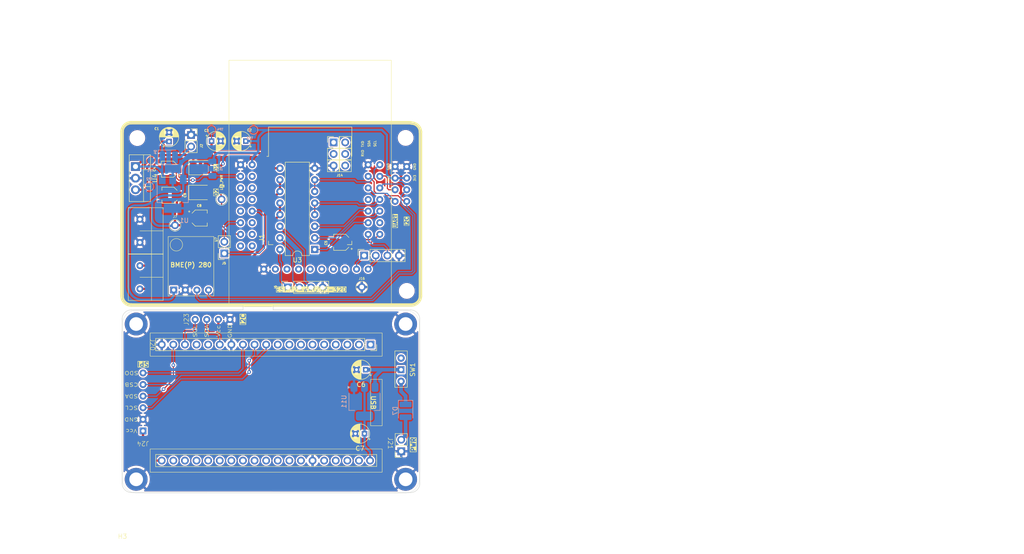
<source format=kicad_pcb>
(kicad_pcb (version 20240108) (generator "pcbnew") (generator_version "8.0")
  (layers (0 "F.Cu" signal) (31 "B.Cu" signal) (34 "B.Paste" user) (35 "F.Paste" user) (36 "B.SilkS" user "B.Silkscreen") (37 "F.SilkS" user "F.Silkscreen") (38 "B.Mask" user) (39 "F.Mask" user) (44 "Edge.Cuts" user))
  (net 0 "")
  (net 1 "GND")
  (net 2 "+3V3")
  (net 3 "+5V")
  (net 4 "/RXD")
  (net 5 "/TXD")
  (net 6 "/SDA")
  (net 7 "/SCL")
  (net 8 "/EN")
  (net 9 "/SOURCE2")
  (net 10 "/SOURCE1")
  (net 11 "/SOURCE3")
  (net 12 "/VDC")
  (net 13 "/DAC1")
  (net 14 "/DAC2")
  (net 15 "/GPIO19")
  (net 16 "/GPIO17")
  (net 17 "/GPIO5")
  (net 18 "/GPIO18")
  (net 19 "/ADC2_CH3")
  (net 20 "/ADC2_CH0")
  (net 21 "/GPIO23")
  (net 22 "/ADC2_CH2")
  (net 23 "/BOOT")
  (net 24 "/SOURCE4")
  (net 25 "/SOURCE5")
  (net 26 "/GPIO14")
  (net 27 "/VIN")
  (net 39 "/ESP32-WROOM-32U Node/VIN")
  (net 44 "/ESP32-WROOM-32U Node/VDC")
  (net 55 "/ESP32-WROOM-32U Node/SPI-SDO")
  (net 56 "/ESP32-WROOM-32U Node/TX")
  (net 57 "Net-(D7-A)")
  (net 58 "/ESP32-WROOM-32U Node/SDA-2")
  (net 59 "/ESP32-WROOM-32U Node/SPI-CSB")
  (net 60 "/ESP32-WROOM-32U Node/SPI-SCL")
  (net 61 "/ESP32-WROOM-32U Node/SCL-2")
  (net 62 "/ESP32-WROOM-32U Node/RX")
  (net 63 "/ESP32-WROOM-32U Node/SPI-SDA")
  (net 65 "/GPIO36")
  (net 66 "/OUT2")
  (net 67 "/GPIO39")
  (net 68 "/GPIO32")
  (net 69 "/OUT1")
  (net 70 "/SD_DATA0")
  (net 71 "/SD_CMD")
  (net 72 "/GPIO34")
  (net 73 "/OUT3")
  (net 74 "/SD_DATA2")
  (net 75 "/GPIO27")
  (net 76 "/GPIO13")
  (net 77 "/SD_CLK")
  (net 78 "/SD_DATA1")
  (net 79 "/GPIO33")
  (net 80 "/SD_DATA3")
  (footprint "Capacitor_THT:CP_Radial_D4.0mm_P2.00mm" (layer "F.Cu") (at 107 44.2 180)
    (property "Reference" "C2")
    (property "Value" "1uF")
  )
  (footprint "LED_SMD:LED_1210_3225Metric_Pad1.42x2.65mm_HandSolder" (layer "F.Cu") (at 97 55.45)
    (property "Reference" "D2")
    (property "Value" "STATUS")
  )
  (footprint "Alexander Footprint Library:Board_65-40" (layer "F.Cu") (at 80 131.25)
    (property "Reference" "H3")
    (property "Value" "Project_Box_Board_65x40")
    (fp_line (start 0 -13) (end 0 -47) (stroke (width 0.05)) (layer "Edge.Cuts"))
    (fp_line (start 3 -50) (end 62 -50) (stroke (width 0.05)) (layer "Edge.Cuts"))
    (fp_line (start 62 -10) (end 3 -10) (stroke (width 0.05)) (layer "Edge.Cuts"))
    (fp_line (start 65 -47) (end 65 -13) (stroke (width 0.05)) (layer "Edge.Cuts"))
    (fp_arc (start 0 -47) (mid 0.87868 -49.12132) (end 3 -50) (stroke (width 0.05)) (layer "Edge.Cuts"))
    (fp_arc (start 3 -10) (mid 0.87868 -10.87868) (end 0 -13) (stroke (width 0.05)) (layer "Edge.Cuts"))
    (fp_arc (start 62 -50) (mid 64.12132 -49.12132) (end 65 -47) (stroke (width 0.05)) (layer "Edge.Cuts"))
    (fp_arc (start 65 -13) (mid 64.12132 -10.87868) (end 62 -10) (stroke (width 0.05)) (layer "Edge.Cuts"))
  )
  (footprint "Capacitor_SMD:CP_Elec_3x5.3" (layer "F.Cu") (at 90.3 50.35 180)
    (property "Reference" "C4")
    (property "Value" "0.1uF")
  )
  (footprint "MountingHole:MountingHole_3mm" (layer "F.Cu") (at 142 43.5)
    (property "Reference" "H1" (hide yes))
    (property "Value" "MountingHole_Pad")
  )
  (footprint "MountingHole:MountingHole_3mm" (layer "F.Cu") (at 83.25 43.53)
    (property "Reference" "H2" (hide yes))
    (property "Value" "MountingHole_Pad")
  )
  (footprint "Alexander Footprints Library:Conn_Terminal_5mm" (layer "F.Cu") (at 83.82 53.69)
    (property "Reference" "J9" (hide yes))
    (property "Value" "Conn_01x02_Socket")
  )
  (footprint "Alexander Footprint Library:ESP32-WROOM-Adapter-Socket-2" (layer "F.Cu") (at 121.1 56.99)
    (property "Reference" "J1")
    (property "Value" "~")
  )
  (footprint "Capacitor_SMD:CP_Elec_3x5.3" (layer "F.Cu") (at 90.4 56.05 180)
    (property "Reference" "C9")
    (property "Value" "0.1uF")
  )
  (footprint "Capacitor_THT:CP_Radial_D4.0mm_P2.00mm" (layer "F.Cu") (at 133.25 94.25 180)
    (property "Reference" "C6")
    (property "Value" "1uF")
  )
  (footprint "Alexander Footprint Library:PinSocket_1x01_P2.54" (layer "F.Cu") (at 91.5 65.19)
    (property "Reference" "J7")
    (property "Value" "LED_PWR")
  )
  (footprint "Alexander Footprint Library:Conn_SPI" (layer "F.Cu") (at 84.5 112.74 180)
    (property "Reference" "J24")
    (property "Value" "~")
  )
  (footprint "Connector_PinSocket_2.54mm:PinSocket_1x02_P2.54mm_Vertical" (layer "F.Cu") (at 95.025 42.85)
    (property "Reference" "J2")
    (property "Value" "PWR")
  )
  (footprint "Connector_PinSocket_2.54mm:PinSocket_1x04_P2.54mm_Vertical" (layer "F.Cu") (at 116.2 76.225 90)
    (property "Reference" "J6")
    (property "Value" "SOURCE")
  )
  (footprint "Package_DIP:DIP-16_W7.62mm" (layer "F.Cu") (at 122.1 67.925 180)
    (property "Reference" "U3")
    (property "Value" "ULN2003")
  )
  (footprint "Connector_PinSocket_2.54mm:PinSocket_1x04_P2.54mm_Vertical" (layer "F.Cu") (at 132.92 69.25 90)
    (property "Reference" "J10" (hide yes))
    (property "Value" "ADC")
  )
  (footprint "Capacitor_SMD:CP_Elec_3x5.3" (layer "F.Cu") (at 128 66.35 180)
    (property "Reference" "C5")
    (property "Value" "0.1uF")
  )
  (footprint "Alexander Footprint Library:PinSocket_1x02_P2.54" (layer "F.Cu") (at 142.25 107 180)
    (property "Reference" "J21")
    (property "Value" "PWR")
  )
  (footprint "Capacitor_THT:CP_Radial_D4.0mm_P2.00mm" (layer "F.Cu") (at 99.5 44.2)
    (property "Reference" "C3")
    (property "Value" "1uF")
  )
  (footprint "Alexander Footprint Library:Conn_ESP32_WROOM-DevKit-38pins" (layer "F.Cu") (at 86.06 88.75 -90)
    (property "Reference" "J20")
    (property "Value" "~")
  )
  (footprint "Capacitor_SMD:CP_Elec_3x5.3" (layer "F.Cu") (at 96.8 61.05)
    (property "Reference" "C8")
    (property "Value" "10uF")
  )
  (footprint "Alexander Footprint Library:PinSocket_1x01_P2.54" (layer "F.Cu") (at 101.7 59.52)
    (property "Reference" "J18")
    (property "Value" "LED_PWR")
  )
  (footprint "Alexander Footprint Library:Conn_I2C" (layer "F.Cu") (at 111.16 83.25 -90)
    (property "Reference" "J23")
    (property "Value" "I2C")
  )
  (footprint "Connector_PinSocket_2.54mm:PinSocket_1x02_P2.54mm_Vertical" (layer "F.Cu") (at 102.3 68.79 180)
    (property "Reference" "J5")
    (property "Value" "DAC")
  )
  (footprint "Alexander Footprint Library:CONN_2x3" (layer "F.Cu") (at 126.23 39.4)
    (property "Reference" "J14")
    (property "Value" "GPIO")
  )
  (footprint "Alexander Footprints Library:Conn_UART" (layer "F.Cu") (at 139.7 42.15)
    (property "Reference" "J3" (hide yes))
    (property "Value" "UART")
  )
  (footprint "Alexander Footprint Library:SW_Slide-03_7.3x2.5x2.5_P2.54mm" (layer "F.Cu") (at 141 94.25 -90)
    (property "Reference" "SW1")
    (property "Value" "SW_SPDT")
  )
  (footprint "Alexander Footprint Library:PinSocket_1x01_P2.54" (layer "F.Cu") (at 132.4 78.72)
    (property "Reference" "J16")
    (property "Value" "GND")
  )
  (footprint "Capacitor_THT:CP_Radial_D4.0mm_P2.00mm" (layer "F.Cu") (at 90.2 44.3 90)
    (property "Reference" "C1")
    (property "Value" "1uF")
  )
  (footprint "Alexander Footprint Library:BME280_BMP280_I2C" (layer "F.Cu") (at 90 78.1 90)
    (property "Reference" "U7")
    (property "Value" "BME(P)280")
  )
  (footprint "Capacitor_THT:CP_Radial_D4.0mm_P2.00mm" (layer "F.Cu") (at 133 108.25 180)
    (property "Reference" "C7")
    (property "Value" "1uF")
  )
  (footprint "Alexander Footprint Library:LD1117" (layer "F.Cu") (at 82.855 49.77 -90)
    (property "Reference" "U4")
    (property "Value" "L7805")
  )
  (footprint "Alexander Footprints Library:Conn_I2C" (layer "F.Cu") (at 142.24 42.15)
    (property "Reference" "J4" (hide yes))
    (property "Value" "I2C")
  )
  (footprint "LED_SMD:LED_1210_3225Metric_Pad1.42x2.65mm_HandSolder" (layer "F.Cu") (at 97 50)
    (property "Reference" "D1")
    (property "Value" "PWR")
  )
  (footprint "MountingHole:MountingHole_3mm" (layer "F.Cu") (at 142.25 77)
    (property "Reference" "H4" (hide yes))
    (property "Value" "MountingHole_Pad")
  )
  (footprint "Alexander Footprints Library:Conn_Terminal_5mm" (layer "F.Cu") (at 83.82 63.85)
    (property "Reference" "J8" (hide yes))
    (property "Value" "Conn_01x02_Socket")
  )
  (footprint "TestPoint:TestPoint_Pad_D1.5mm" (layer "B.Cu") (at 99.5 41.75 180)
    (property "Reference" "TP4")
    (property "Value" "5V")
  )
  (footprint "TestPoint:TestPoint_Pad_D1.5mm" (layer "B.Cu") (at 108.7 41.75 180)
    (property "Reference" "TP3")
    (property "Value" "3V3")
  )
  (footprint "Diode_SMD:D_1210_3225Metric" (layer "B.Cu") (at 142 103.25 -90)
    (property "Reference" "D7")
    (property "Value" "D")
  )
  (footprint "Resistor_SMD:R_1206_3216Metric_Pad1.30x1.75mm_HandSolder" (layer "B.Cu") (at 99.7 50.25 -90)
    (property "Reference" "R1")
    (property "Value" "10K")
  )
  (footprint "Diode_SMD:D_1210_3225Metric" (layer "B.Cu") (at 90.1 47.75)
    (property "Reference" "D4")
    (property "Value" "D")
  )
  (footprint "TestPoint:TestPoint_Pad_D1.5mm" (layer "B.Cu") (at 86.2 48.45 180)
    (property "Reference" "TP1")
    (property "Value" "VIN")
  )
  (footprint "TestPoint:TestPoint_Pad_D1.5mm" (layer "B.Cu") (at 85.9 54.15 180)
    (property "Reference" "TP2")
    (property "Value" "GND")
  )
  (footprint "Package_TO_SOT_SMD:SOT-223-3_TabPin2" (layer "B.Cu") (at 91 55.75 -90)
    (property "Reference" "U1")
    (property "Value" "AMS1117-3V3")
  )
  (footprint "Package_TO_SOT_SMD:SOT-223-3_TabPin2" (layer "B.Cu") (at 133 101.25 -90)
    (property "Reference" "U11")
    (property "Value" "AMS1117-5.0")
  )
  (gr_line (start 145.25 42.11421) (end 145.25 78.085782) (stroke (width 0.75)) (layer "F.SilkS"))
  (gr_line (start 81.914218 40.164218) (end 143.08579 40.164218) (stroke (width 0.75)) (layer "F.SilkS"))
  (gr_arc (start 145.25 78.085782) (mid 144.66422 79.500007) (end 143.25 80.085782) (stroke (width 0.75)) (layer "F.SilkS"))
  (gr_line (start 79.914218 42.11421) (end 79.914218 78.085782) (stroke (width 0.75)) (layer "F.SilkS"))
  (gr_arc (start 81.914218 80.085782) (mid 80.499999 79.500001) (end 79.914218 78.085782) (stroke (width 0.75)) (layer "F.SilkS"))
  (gr_arc (start 143.25 40.25) (mid 144.664214 40.835786) (end 145.25 42.25) (stroke (width 0.75)) (layer "F.SilkS"))
  (gr_arc (start 79.914218 42.164218) (mid 80.499999 40.749999) (end 81.914218 40.164218) (stroke (width 0.75)) (layer "F.SilkS"))
  (gr_line (start 81.914214 80.085782) (end 143.085786 80.085782) (stroke (width 0.75)) (layer "F.SilkS"))
  (gr_line (start 82.014214 80.235786) (end 106.4 80.25) (stroke (width 0.1)) (layer "Edge.Cuts"))
  (gr_line (start 80 42.25) (end 80.014214 78.235786) (stroke (width 0.1)) (layer "Edge.Cuts"))
  (gr_arc (start 79.921321 83.157107) (mid 80.507106 81.742896) (end 81.921321 81.157107) (stroke (width 0.1)) (layer "Edge.Cuts"))
  (gr_line (start 81.921321 121.128679) (end 143.107107 121.142893) (stroke (width 0.1)) (layer "Edge.Cuts"))
  (gr_arc (start 81.921321 121.128679) (mid 80.507101 120.542899) (end 79.921321 119.128679) (stroke (width 0.1)) (layer "Edge.Cuts"))
  (gr_line (start 143.092893 81.157107) (end 113 81.15) (stroke (width 0.1)) (layer "Edge.Cuts"))
  (gr_arc (start 145.107107 119.142893) (mid 144.521321 120.557107) (end 143.107107 121.142893) (stroke (width 0.1)) (layer "Edge.Cuts"))
  (gr_line (start 106.4 81.15) (end 81.921321 81.157107) (stroke (width 0.1)) (layer "Edge.Cuts"))
  (gr_arc (start 143.185786 40.264214) (mid 144.600004 40.849996) (end 145.185786 42.264214) (stroke (width 0.1)) (layer "Edge.Cuts"))
  (gr_line (start 113 80.25) (end 143.185786 80.235786) (stroke (width 0.1)) (layer "Edge.Cuts"))
  (gr_arc (start 82.014214 80.235786) (mid 80.599996 79.650004) (end 80.014214 78.235786) (stroke (width 0.1)) (layer "Edge.Cuts"))
  (gr_line (start 145.185786 42.264214) (end 145.185786 78.235786) (stroke (width 0.1)) (layer "Edge.Cuts"))
  (gr_arc (start 80 42.25) (mid 80.585786 40.835786) (end 82 40.25) (stroke (width 0.1)) (layer "Edge.Cuts"))
  (gr_line (start 145.107107 119.142893) (end 145.092893 83.157107) (stroke (width 0.1)) (layer "Edge.Cuts"))
  (gr_line (start 79.921321 119.128679) (end 79.921321 83.157107) (stroke (width 0.1)) (layer "Edge.Cuts"))
  (gr_line (start 106.4 81.15) (end 106.4 80.25) (stroke (width 0.1)) (layer "Edge.Cuts"))
  (gr_arc (start 145.185786 78.235786) (mid 144.600004 79.650004) (end 143.185786 80.235786) (stroke (width 0.1)) (layer "Edge.Cuts"))
  (gr_arc (start 143.092893 81.157107) (mid 144.507112 81.742888) (end 145.092893 83.157107) (stroke (width 0.1)) (layer "Edge.Cuts"))
  (gr_line (start 113 81.15) (end 113 80.25) (stroke (width 0.1)) (layer "Edge.Cuts"))
  (gr_line (start 143.185786 40.264214) (end 82 40.25) (stroke (width 0.1)) (layer "Edge.Cuts"))
  (gr_text "PWR" (at 144.3 112.45 90) (layer "F.SilkS" knockout) (effects (font (size 1 1) (thickness 0.25) (bold yes)) (justify left bottom)))
  (segment (start 84.21 66) (end 83.82 66.39) (width 0.5) (layer "F.Cu") (net 1))
  (segment (start 95.5 54.8625) (end 95.5125 54.85) (width 0.25) (layer "F.Cu") (net 1))
  (segment (start 95.5 55.4625) (end 95.5125 55.45) (width 0.25) (layer "F.Cu") (net 1))
  (segment (start 91.5 59.65) (end 91.9 59.25) (width 0.5) (layer "F.Cu") (net 2))
  (segment (start 101.15 50) (end 102 49.15) (width 0.5) (layer "F.Cu") (net 2))
  (segment (start 84.5 107.66) (end 84.5 112.25) (width 0.5) (layer "F.Cu") (net 2))
  (segment (start 87.75 85.75) (end 100 85.75) (width 0.5) (layer "F.Cu") (net 2))
  (segment (start 94.63 62.62) (end 91.5 62.62) (width 0.5) (layer "F.Cu") (net 2))
  (segment (start 101 84.75) (end 101 83.25) (width 0.5) (layer "F.Cu") (net 2))
  (segment (start 88.6 114.15) (end 86.4 114.15) (width 0.5) (layer "F.Cu") (net 2))
  (segment (start 84.5 112.25) (end 85.25 113) (width 0.5) (layer "F.Cu") (net 2))
  (segment (start 91.9 59.25) (end 91.9 56.05) (width 0.5) (layer "F.Cu") (net 2))
  (segment (start 98.4875 50) (end 101.15 50) (width 0.5) (layer "F.Cu") (net 2))
  (segment (start 95.3 61.05) (end 95.3 61.95) (width 0.5) (layer "F.Cu") (net 2))
  (segment (start 95.3 61.95) (end 94.63 62.62) (width 0.5) (layer "F.Cu") (net 2))
  (segment (start 82.25 110) (end 82.25 91.25) (width 0.5) (layer "F.Cu") (net 2))
  (segment (start 91.5 62.62) (end 91.5 59.65) (width 0.5) (layer "F.Cu") (net 2))
  (segment (start 82.25 91.25) (end 87.75 85.75) (width 0.5) (layer "F.Cu") (net 2))
  (segment (start 86.4 114.15) (end 85.25 113) (width 0.5) (layer "F.Cu") (net 2))
  (segment (start 100 85.75) (end 101 84.75) (width 0.5) (layer "F.Cu") (net 2))
  (segment (start 85.25 113) (end 82.25 110) (width 0.5) (layer "F.Cu") (net 2))
  (via (at 102 49.15) (size 0.8) (drill 0.4) (layers "F.Cu" "B.Cu") (net 2))
  (segment (start 96.075 48.7) (end 97.525 48.7) (width 0.5) (layer "B.Cu") (net 2))
  (segment (start 108.4 49.2825) (end 108.4 47.85) (width 0.5) (layer "B.Cu") (net 2))
  (segment (start 109.408578 44.2) (end 107 44.2) (width 0.5) (layer "B.Cu") (net 2))
  (segment (start 109.5 46.75) (end 109.75 46.5) (width 0.5) (layer "B.Cu") (net 2))
  (segment (start 81.3 75.997918) (end 81.3 59.75104) (width 0.5) (layer "B.Cu") (net 2))
  (segment (start 93.3 54.905025) (end 93.3 52.6) (width 0.5) (layer "B.Cu") (net 2))
  (segment (start 100 48.7) (end 100 48.03033) (width 0.5) (layer "B.Cu") (net 2))
  (segment (start 137.9 51.55) (end 138.66 52.31) (width 0.5) (layer "B.Cu") (net 2))
  (segment (start 84.202081 78.9) (end 89.990883 78.9) (width 0.5) (layer "B.Cu") (net 2))
  (segment (start 109.75 45) (end 109.75 44.141421) (width 0.5) (layer "B.Cu") (net 2))
  (segment (start 103 46.75) (end 101.28033 46.75) (width 0.5) (layer "B.Cu") (net 2))
  (segment (start 109.75 43.858578) (end 109.75 44.141421) (width 0.5) (layer "B.Cu") (net 2))
  (segment (start 138.66 52.31) (end 139.7 52.31) (width 0.5) (layer "B.Cu") (net 2))
  (segment (start 139.7 52.31) (end 142.24 52.31) (width 0.5) (layer "B.Cu") (net 2))
  (segment (start 129.1 41.75) (end 136.8 41.75) (width 0.5) (layer "B.Cu") (net 2))
  (segment (start 112.31066 41.75) (end 129.1 41.75) (width 0.5) (layer "B.Cu") (net 2))
  (segment (start 88.207106 62.75) (end 91.5 62.75) (width 0.5) (layer "B.Cu") (net 2))
  (segment (start 86.5 61.042893) (end 86.5 57.5) (width 0.5) (layer "B.Cu") (net 2))
  (segment (start 103 46.75) (end 109.5 46.75) (width 0.5) (layer "B.Cu") (net 2))
  (segment (start 137.9 42.85) (end 137.9 51.55) (width 0.5) (layer "B.Cu") (net 2))
  (segment (start 91.22 77.670883) (end 91.22 76.8) (width 0.5) (layer "B.Cu") (net 2))
  (segment (start 89.455634 56.1) (end 92.105025 56.1) (width 0.5) (layer "B.Cu") (net 2))
  (segment (start 96.075 48.7) (end 95.177817 48.7) (width 0.5) (layer "B.Cu") (net 2))
  (segment (start 136.8 41.75) (end 137.9 42.85) (width 0.5) (layer "B.Cu") (net 2))
  (segment (start 108.4 47.85) (end 109.75 46.5) (width 0.5) (layer "B.Cu") (net 2))
  (segment (start 109.75 46.5) (end 109.75 45) (width 0.5) (layer "B.Cu") (net 2))
  (segment (start 110.015165 42.984834) (end 110.5 42.5) (width 0.5) (layer "B.Cu") (net 2))
  (segment (start 102 47.75) (end 103 46.75) (width 0.5) (layer "B.Cu") (net 2))
  (segment (start 109.75 43.858578) (end 109.75 43.625) (width 0.5) (layer "B.Cu") (net 2))
  (segment (start 93.3 52.6) (end 93.3 50.577817) (width 0.5) (layer "B.Cu") (net 2))
  (segment (start 82.75104 58.3) (end 84.144365 58.3) (width 0.5) (layer "B.Cu") (net 2))
  (segment (start 102 49.15) (end 102 47.75) (width 0.5) (layer "B.Cu") (net 2))
  (segment (start 129.3 41.75) (end 129.1 41.75) (width 0.5) (layer "B.Cu") (net 2))
  (segment (start 108.7 41.75) (end 112.31066 41.75) (width 0.5) (layer "B.Cu") (net 2))
  (segment (start 100 48.7) (end 97.525 48.7) (width 0.5) (layer "B.Cu") (net 2))
  (arc (start 93.3 54.905025) (mid 93.209037 55.362322) (end 92.95 55.75) (width 0.5) (layer "B.Cu") (net 2))
  (arc (start 86.8 57.2) (mid 85.581584 58.014119) (end 84.144365 58.3) (width 0.5) (layer "B.Cu") (net 2))
  (arc (start 89.455634 56.1) (mid 88.018415 56.38588) (end 86.8 57.2) (width 0.5) (layer "B.Cu") (net 2))
  (arc (start 86.5 61.042893) (mid 86.629945 61.696174) (end 87 62.25) (width 0.5) (layer "B.Cu") (net 2))
  (arc (start 82.75104 58.3) (mid 82.195751 58.410453) (end 81.725 58.725) (width 0.5) (layer "B.Cu") (net 2))
  (arc (start 92.95 55.75) (mid 92.562322 56.009037) (end 92.105025 56.1) (width 0.5) (layer "B.Cu") (net 2))
  (arc (start 109.75 43.625) (mid 109.818914 43.278544) (end 110.015165 42.984834) (width 0.5) (layer "B.Cu") (net 2))
  (arc (start 95.177817 48.7) (mid 94.459207 48.84294) (end 93.85 49.25) (width 0.5) (layer "B.Cu") (net 2))
  (arc (start 82.15 78.05) (mid 83.091502 78.679092) (end 84.202081 78.9) (width 0.5) (layer "B.Cu") (net 2))
  (arc (start 109.75 44.141421) (mid 109.713838 44.087301) (end 109.65 44.1) (width 0.5) (layer "B.Cu") (net 2))
  (arc (start 93.85 49.25) (mid 93.44294 49.859207) (end 93.3 50.577817) (width 0.5) (layer "B.Cu") (net 2))
  (arc (start 90.86 78.54) (mid 90.461245 78.806439) (end 89.990883 78.9) (width 0.5) (layer "B.Cu") (net 2))
  (arc (start 109.65 44.1) (mid 109.539234 44.17401) (end 109.408578 44.2) (width 0.5) (layer "B.Cu") (net 2))
  (arc (start 87 62.25) (mid 87.553825 62.620054) (end 88.207106 62.75) (width 0.5) (layer "B.Cu") (net 2))
  (arc (start 81.725 58.725) (mid 81.410453 59.195751) (end 81.3 59.75104) (width 0.5) (layer "B.Cu") (net 2))
  (arc (start 101.28033 46.75) (mid 100.790368 46.847459) (end 100.375 47.125) (width 0.5) (layer "B.Cu") (net 2))
  (arc (start 91.22 77.670883) (mid 91.126439 78.141245) (end 90.86 78.54) (width 0.5) (layer "B.Cu") (net 2))
  (arc (start 110.5 42.5) (mid 111.330737 41.944918) (end 112.31066 41.75) (width 0.5) (layer "B.Cu") (net 2))
  (arc (start 109.65 44.1) (mid 109.72401 43.989234) (end 109.75 43.858578) (width 0.5) (layer "B.Cu") (net 2))
  (arc (start 100.375 47.125) (mid 100.097459 47.540368) (end 100 48.03033) (width 0.5) (layer "B.Cu") (net 2))
  (arc (start 81.3 75.997918) (mid 81.520907 77.108496) (end 82.15 78.05) (width 0.5) (layer "B.Cu") (net 2))
  (segment (start 99.5 45.693413) (end 99.5 44.2) (width 0.5) (layer "F.Cu") (net 3))
  (segment (start 111.2 46.85) (end 100.365867 46.85) (width 0.5) (layer "F.Cu") (net 3))
  (segment (start 98.6375 46.9625) (end 99.2125 46.3875) (width 0.5) (layer "F.Cu") (net 3))
  (segment (start 100.365867 46.85) (end 99.465867 45.95) (width 0.5) (layer "F.Cu") (net 3))
  (segment (start 112 47.65) (end 111.2 46.85) (width 0.5) (layer "F.Cu") (net 3))
  (segment (start 112 49.15) (end 112 47.65) (width 0.5) (layer "F.Cu") (net 3))
  (segment (start 88.1 47.25) (end 97.943413 47.25) (width 0.5) (layer "F.Cu") (net 3))
  (segment (start 84.9 54.85) (end 85.4 54.35) (width 0.5) (layer "F.Cu") (net 3))
  (segment (start 85.4 54.35) (end 85.4 49.95) (width 0.5) (layer "F.Cu") (net 3))
  (segment (start 114.48 50.145) (end 112.995 50.145) (width 0.5) (layer "F.Cu") (net 3))
  (segment (start 112.995 50.145) (end 112 49.15) (width 0.5) (layer "F.Cu") (net 3))
  (segment (start 82.855 54.85) (end 84.9 54.85) (width 0.5) (layer "F.Cu") (net 3))
  (segment (start 85.4 49.95) (end 88.1 47.25) (width 0.5) (layer "F.Cu") (net 3))
  (arc (start 97.943413 47.25) (mid 98.31905 47.175281) (end 98.6375 46.9625) (width 0.5) (layer "F.Cu") (net 3))
  (arc (start 99.5 45.693413) (mid 99.425281 46.06905) (end 99.2125 46.3875) (width 0.5) (layer "F.Cu") (net 3))
  (segment (start 133 98.1) (end 133 104.4) (width 0.5) (layer "B.Cu") (net 3))
  (segment (start 133 108.25) (end 133 104.4) (width 0.5) (layer "B.Cu") (net 3))
  (segment (start 133 111) (end 133 108.25) (width 0.5) (layer "B.Cu") (net 3))
  (segment (start 134.21 114.15) (end 134.21 112.21) (width 0.5) (layer "B.Cu") (net 3))
  (segment (start 134.21 112.21) (end 133 111) (width 0.5) (layer "B.Cu") (net 3))
  (segment (start 99.5 42.25) (end 99.5 44.2) (width 0.25) (layer "B.Cu") (net 3))
  (segment (start 139.7 57.35) (end 139.7 57.39) (width 0.25) (layer "F.Cu") (net 4))
  (segment (start 140.3 57.45) (end 139.3 57.45) (width 0.25) (layer "F.Cu") (net 4))
  (segment (start 139.04 57.39) (end 139.7 57.39) (width 0.25) (layer "F.Cu") (net 4))
  (segment (start 137.96 55.65) (end 139.7 57.39) (width 0.25) (layer "B.Cu") (net 4))
  (segment (start 133.8 54.3625) (end 135.0875 55.65) (width 0.25) (layer "B.Cu") (net 4))
  (segment (start 135.0875 55.65) (end 137.96 55.65) (width 0.25) (layer "B.Cu") (net 4))
  (segment (start 138 52.25) (end 137.5725 51.8225) (width 0.25) (layer "F.Cu") (net 5))
  (segment (start 139.7 54.85) (end 138.3 54.85) (width 0.25) (layer "F.Cu") (net 5))
  (segment (start 137.5725 51.8225) (end 136.34 51.8225) (width 0.25) (layer "F.Cu") (net 5))
  (segment (start 138 54.55) (end 138 52.25) (width 0.25) (layer "F.Cu") (net 5))
  (segment (start 138.3 54.85) (end 138 54.55) (width 0.25) (layer "F.Cu") (net 5))
  (segment (start 139.7 54.85) (end 139.5 54.85) (width 0.25) (layer "F.Cu") (net 5))
  (segment (start 142.24 54.85) (end 142.24 55.51) (width 0.25) (layer "F.Cu") (net 6))
  (segment (start 98.84 76.8) (end 98.84 78.09) (width 0.25) (layer "B.Cu") (net 6))
  (segment (start 141 57.95) (end 141 56.09) (width 0.25) (layer "B.Cu") (net 6))
  (segment (start 140.990501 53.600501) (end 142.24 54.85) (width 0.25) (layer "B.Cu") (net 6))
  (segment (start 136.34 54.3625) (end 137.101999 53.600501) (width 0.25) (layer "B.Cu") (net 6))
  (segment (start 143.281802 72.781802) (end 143.55 72.513604) (width 0.25) (layer "B.Cu") (net 6))
  (segment (start 99.4 78.65) (end 130.7 78.65) (width 0.25) (layer "B.Cu") (net 6))
  (segment (start 130.7 78.65) (end 134.55 78.65) (width 0.25) (layer "B.Cu") (net 6))
  (segment (start 143.55 72.513604) (end 143.55 60.5) (width 0.25) (layer "B.Cu") (net 6))
  (segment (start 143.55 60.5) (end 141 57.95) (width 0.25) (layer "B.Cu") (net 6))
  (segment (start 140.418198 72.781802) (end 143.281802 72.781802) (width 0.25) (layer "B.Cu") (net 6))
  (segment (start 98.84 78.09) (end 99.4 78.65) (width 0.25) (layer "B.Cu") (net 6))
  (segment (start 141 56.09) (end 142.24 54.85) (width 0.25) (layer "B.Cu") (net 6))
  (segment (start 137.101999 53.600501) (end 140.990501 53.600501) (width 0.25) (layer "B.Cu") (net 6))
  (segment (start 134.55 78.65) (end 140.418198 72.781802) (width 0.25) (layer "B.Cu") (net 6))
  (segment (start 135.1 55.15) (end 135.6 55.65) (width 0.25) (layer "F.Cu") (net 7))
  (segment (start 133.8 51.8225) (end 135.1 53.1225) (width 0.25) (layer "F.Cu") (net 7))
  (segment (start 141.603604 57.39) (end 142.24 57.39) (width 0.25) (layer "F.Cu") (net 7))
  (segment (start 137.3 55.65) (end 137.8 56.15) (width 0.25) (layer "F.Cu") (net 7))
  (segment (start 135.1 53.1225) (end 135.1 55.15) (width 0.25) (layer "F.Cu") (net 7))
  (segment (start 135.6 55.65) (end 137.3 55.65) (width 0.25) (layer "F.Cu") (net 7))
  (segment (start 140.363604 56.15) (end 141.603604 57.39) (width 0.25) (layer "F.Cu") (net 7))
  (segment (start 137.8 56.15) (end 140.363604 56.15) (width 0.25) (layer "F.Cu") (net 7))
  (segment (start 142.24 58.553604) (end 142.24 57.39) (width 0.25) (layer "B.Cu") (net 7))
  (segment (start 144 72.7) (end 144 60.313604) (width 0.25) (layer "B.Cu") (net 7))
  (segment (start 134.8 79.1) (end 140.6 73.3) (width 0.25) (layer "B.Cu") (net 7))
  (segment (start 140.6 73.3) (end 143.4 73.3) (width 0.25) (layer "B.Cu") (net 7))
  (segment (start 96.3 76.8) (end 96.3 78.45) (width 0.25) (layer "B.Cu") (net 7))
  (segment (start 143.4 73.3) (end 144 72.7) (width 0.25) (layer "B.Cu") (net 7))
  (segment (start 96.3 78.45) (end 96.95 79.1) (width 0.25) (layer "B.Cu") (net 7))
  (segment (start 144 60.313604) (end 142.24 58.553604) (width 0.25) (layer "B.Cu") (net 7))
  (segment (start 96.95 79.1) (end 134.8 79.1) (width 0.25) (layer "B.Cu") (net 7))
  (segment (start 92.3 52.75) (end 91.8 52.25) (width 0.25) (layer "F.Cu") (net 8))
  (segment (start 91.8 52.25) (end 91.8 50.35) (width 0.25) (layer "F.Cu") (net 8))
  (segment (start 95.4 52.75) (end 92.3 52.75) (width 0.25) (layer "F.Cu") (net 8))
  (via (at 95.4 52.75) (size 0.8) (drill 0.4) (layers "F.Cu" "B.Cu") (net 8))
  (segment (start 95.4 52.75) (end 96.7 52.75) (width 0.25) (layer "B.Cu") (net 8))
  (segment (start 101.4 51.8) (end 101.45 51.8) (width 0.25) (layer "B.Cu") (net 8))
  (segment (start 105.86 51.8225) (end 101.4225 51.8225) (width 0.25) (layer "B.Cu") (net 8))
  (segment (start 99.7 51.8) (end 101.4 51.8) (width 0.25) (layer "B.Cu") (net 8))
  (segment (start 97.65 51.8) (end 99.7 51.8) (width 0.25) (layer "B.Cu") (net 8))
  (segment (start 101.4225 51.8225) (end 101.4 51.8) (width 0.25) (layer "B.Cu") (net 8))
  (segment (start 96.7 52.75) (end 97.65 51.8) (width 0.25) (layer "B.Cu") (net 8))
  (segment (start 111.2 66.85) (end 111.2 58.505) (width 0.5) (layer "F.Cu") (net 9))
  (segment (start 111.2 58.505) (end 114.48 55.225) (width 0.5) (layer "F.Cu") (net 9))
  (segment (start 83.82 71.47) (end 86.37 71.47) (width 0.5) (layer "F.Cu") (net 9))
  (segment (start 114.48 55.225) (end 114.48 52.685) (width 0.5) (layer "F.Cu") (net 9))
  (segment (start 86.37 71.47) (end 88 73.1) (width 0.5) (layer "F.Cu") (net 9))
  (segment (start 104.95 73.1) (end 111.2 66.85) (width 0.5) (layer "F.Cu") (net 9))
  (segment (start 88 73.1) (end 104.95 73.1) (width 0.5) (layer "F.Cu") (net 9))
  (segment (start 83.82 76.55) (end 86.275 76.55) (width 0.5) (layer "F.Cu") (net 10))
  (segment (start 104.8 74.75) (end 112.2 67.35) (width 0.5) (layer "F.Cu") (net 10))
  (segment (start 112.2 62.585) (end 114.48 60.305) (width 0.5) (layer "F.Cu") (net 10))
  (segment (start 86.275 76.55) (end 88.075 74.75) (width 0.5) (layer "F.Cu") (net 10))
  (segment (start 114.48 60.305) (end 114.48 57.765) (width 0.5) (layer "F.Cu") (net 10))
  (segment (start 112.2 67.35) (end 112.2 62.585) (width 0.5) (layer "F.Cu") (net 10))
  (segment (start 88.075 74.75) (end 104.8 74.75) (width 0.5) (layer "F.Cu") (net 10))
  (segment (start 114.48 67.925) (end 114.48 70.53) (width 0.25) (layer "B.Cu") (net 11))
  (segment (start 114.48 70.53) (end 114.8 70.85) (width 0.25) (layer "B.Cu") (net 11))
  (segment (start 114.8 70.85) (end 114.8 74.825) (width 0.25) (layer "B.Cu") (net 11))
  (segment (start 114.8 74.825) (end 116.2 76.225) (width 0.25) (layer "B.Cu") (net 11))
  (segment (start 95.025 45.425) (end 92.7 47.75) (width 0.5) (layer "B.Cu") (net 12))
  (segment (start 92.7 47.75) (end 91.5 47.75) (width 0.5) (layer "B.Cu") (net 12))
  (segment (start 95.025 45.39) (end 95.025 45.425) (width 0.5) (layer "B.Cu") (net 12))
  (segment (start 102.3 68.79) (end 109.96 68.79) (width 0.25) (layer "B.Cu") (net 13))
  (segment (start 109.96 68.79) (end 111.1 67.65) (width 0.25) (layer "B.Cu") (net 13))
  (segment (start 111.1 67.65) (end 111.1 60.65) (width 0.25) (layer "B.Cu") (net 13))
  (segment (start 111.1 60.65) (end 109.98 59.53) (width 0.25) (layer "B.Cu") (net 13))
  (segment (start 109.98 59.53) (end 108.4 59.53) (width 0.25) (layer "B.Cu") (net 13))
  (segment (start 103.18 62.07) (end 105.86 62.07) (width 0.25) (layer "B.Cu") (net 14))
  (segment (start 102.3 66.25) (end 102.3 62.95) (width 0.25) (layer "B.Cu") (net 14))
  (segment (start 102.3 62.95) (end 103.18 62.07) (width 0.25) (layer "B.Cu") (net 14))
  (segment (start 122.1 60.305) (end 122.1 57.765) (width 0.25) (layer "F.Cu") (net 15))
  (segment (start 131.8 58.15) (end 131.415 57.765) (width 0.25) (layer "B.Cu") (net 15))
  (segment (start 136.34 56.9025) (end 135.0925 58.15) (width 0.25) (layer "B.Cu") (net 15))
  (segment (start 131.415 57.765) (end 122.1 57.765) (width 0.25) (layer "B.Cu") (net 15))
  (segment (start 135.0925 58.15) (end 131.8 58.15) (width 0.25) (layer "B.Cu") (net 15))
  (segment (start 124.725 67.925) (end 130.6675 61.9825) (width 0.25) (layer "B.Cu") (net 16))
  (segment (start 122.1 67.925) (end 124.725 67.925) (width 0.25) (layer "B.Cu") (net 16))
  (segment (start 130.6675 61.9825) (end 133.8 61.9825) (width 0.25) (layer "B.Cu") (net 16))
  (segment (start 126.628604 65.385) (end 122.1 65.385) (width 0.25) (layer "B.Cu") (net 17))
  (segment (start 131.263604 60.75) (end 126.628604 65.385) (width 0.25) (layer "B.Cu") (net 17))
  (segment (start 136.34 59.4425) (end 135.0325 60.75) (width 0.25) (layer "B.Cu") (net 17))
  (segment (start 135.0325 60.75) (end 131.263604 60.75) (width 0.25) (layer "B.Cu") (net 17))
  (segment (start 128.532208 62.845) (end 131.934708 59.4425) (width 0.25) (layer "B.Cu") (net 18))
  (segment (start 131.934708 59.4425) (end 133.8 59.4425) (width 0.25) (layer "B.Cu") (net 18))
  (segment (start 122.1 62.845) (end 128.532208 62.845) (width 0.25) (layer "B.Cu") (net 18))
  (segment (start 131.26 70.91) (end 132.92 69.25) (width 0.25) (layer "B.Cu") (net 19))
  (segment (start 131.26 72.1425) (end 131.26 70.91) (width 0.25) (layer "B.Cu") (net 19))
  (segment (start 137.3 66.95) (end 134.8 66.95) (width 0.25) (layer "B.Cu") (net 20))
  (segment (start 138 69.25) (end 138 67.65) (width 0.25) (layer "B.Cu") (net 20))
  (segment (start 138 67.65) (end 137.3 66.95) (width 0.25) (layer "B.Cu") (net 20))
  (segment (start 134.8 66.95) (end 133.8 65.95) (width 0.25) (layer "B.Cu") (net 20))
  (segment (start 133.8 65.95) (end 133.8 64.5225) (width 0.25) (layer "B.Cu") (net 20))
  (segment (start 122.1 52.685) (end 122.1 55.225) (width 0.25) (layer "F.Cu") (net 21))
  (segment (start 134.1 53.15) (end 131.3 53.15) (width 0.25) (layer "B.Cu") (net 21))
  (segment (start 135.1 52.15) (end 134.1 53.15) (width 0.25) (layer "B.Cu") (net 21))
  (segment (start 130.835 52.685) (end 122.1 52.685) (width 0.25) (layer "B.Cu") (net 21))
  (segment (start 136.34 49.2825) (end 135.1 50.5225) (width 0.25) (layer "B.Cu") (net 21))
  (segment (start 135.1 50.5225) (end 135.1 52.15) (width 0.25) (layer "B.Cu") (net 21))
  (segment (start 131.3 53.15) (end 130.835 52.685) (width 0.25) (layer "B.Cu") (net 21))
  (segment (start 135.46 70.4825) (end 133.8 72.1425) (width 0.25) (layer "B.Cu") (net 22))
  (segment (start 135.46 69.25) (end 135.46 70.4825) (width 0.25) (layer "B.Cu") (net 22))
  (segment (start 129.5 66.35) (end 134.5125 66.35) (width 0.25) (layer "F.Cu") (net 23))
  (segment (start 134.5125 66.35) (end 136.34 64.5225) (width 0.25) (layer "F.Cu") (net 23))
  (segment (start 114.48 65.385) (end 117.3 68.205) (width 0.25) (layer "B.Cu") (net 24))
  (segment (start 117.3 74.785) (end 118.74 76.225) (width 0.25) (layer "B.Cu") (net 24))
  (segment (start 117.3 68.205) (end 117.3 74.785) (width 0.25) (layer "B.Cu") (net 24))
  (segment (start 119.8 74.745) (end 121.28 76.225) (width 0.25) (layer "B.Cu") (net 25))
  (segment (start 119.8 68.165) (end 119.8 74.745) (width 0.25) (layer "B.Cu") (net 25))
  (segment (start 114.48 62.845) (end 119.8 68.165) (width 0.25) (layer "B.Cu") (net 25))
  (segment (start 101.7 62.65) (end 103.6 64.55) (width 0.25) (layer "F.Cu") (net 26))
  (segment (start 101.6 55.95) (end 101.1 55.45) (width 0.25) (layer "F.Cu") (net 26))
  (segment (start 101.7 56.95) (end 101.6 56.85) (width 0.25) (layer "F.Cu") (net 26))
  (segment (start 105.8325 64.55) (end 105.86 64.5225) (width 0.25) (layer "F.Cu") (net 26))
  (segment (start 98.4875 55.45) (end 101.1 55.45) (width 0.25) (layer "F.Cu") (net 26))
  (segment (start 103.6 64.55) (end 105.8325 64.55) (width 0.25) (layer "F.Cu") (net 26))
  (segment (start 101.6 56.85) (end 101.6 55.95) (width 0.25) (layer "F.Cu") (net 26))
  (segment (start 101.7 62.65) (end 101.7 56.95) (width 0.25) (layer "F.Cu") (net 26))
  (segment (start 82.98 49.77) (end 82.855 49.77) (width 0.5) (layer "F.Cu") (net 27))
  (segment (start 90.2 44.3) (end 88.45 44.3) (width 0.5) (layer "F.Cu") (net 27))
  (segment (start 88.45 44.3) (end 82.98 49.77) (width 0.5) (layer "F.Cu") (net 27))
  (segment (start 88.7 50.546446) (end 88.7 51.253553) (width 0.5) (layer "B.Cu") (net 27))
  (segment (start 88.7 45.153553) (end 88.7 47.4) (width 0.5) (layer "B.Cu") (net 27))
  (segment (start 86.2 49.11) (end 86.2 48.45) (width 0.25) (layer "B.Cu") (net 27))
  (segment (start 88.45 50.65) (end 88.2 50.4) (width 0.5) (layer "B.Cu") (net 27))
  (segment (start 88.7 50.546446) (end 88.7 47.4) (width 0.5) (layer "B.Cu") (net 27))
  (segment (start 88.45 50.65) (end 88.054368 50.254368) (width 0.5) (layer "B.Cu") (net 27))
  (segment (start 89.553553 44.3) (end 90.2 44.3) (width 0.5) (layer "B.Cu") (net 27))
  (segment (start 88.7 51.253553) (end 88.7 52.6) (width 0.5) (layer "B.Cu") (net 27))
  (segment (start 86.86 49.77) (end 85.54 49.77) (width 0.5) (layer "B.Cu") (net 27))
  (segment (start 86.885 49.77) (end 86.86 49.77) (width 0.5) (layer "B.Cu") (net 27))
  (segment (start 85.54 49.77) (end 82.855 49.77) (width 0.5) (layer "B.Cu") (net 27))
  (arc (start 89.553553 44.3) (mid 89.226912 44.364972) (end 88.95 44.55) (width 0.5) (layer "B.Cu") (net 27))
  (arc (start 86.2 49.11) (mid 86.393309 49.57669) (end 86.86 49.77) (width 0.25) (layer "B.Cu") (net 27))
  (arc (start 88.7 51.253553) (mid 88.635027 50.926912) (end 88.45 50.65) (width 0.5) (layer "B.Cu") (net 27))
  (arc (start 88.45 50.65) (mid 88.45 50.65) (end 88.45 50.65) (width 0.5) (layer "B.Cu") (net 27))
  (arc (start 88.45 50.65) (mid 88.609596 50.681745) (end 88.7 50.546446) (width 0.5) (layer "B.Cu") (net 27))
  (arc (start 88.054368 50.254368) (mid 87.517857 49.895883) (end 86.885 49.77) (width 0.5) (layer "B.Cu") (net 27))
  (arc (start 88.95 44.55) (mid 88.764972 44.826912) (end 88.7 45.153553) (width 0.5) (layer "B.Cu") (net 27))
  (segment (start 141 94.25) (end 136.75 94.25) (width 0.8) (layer "B.Cu") (net 39))
  (segment (start 136.75 94.25) (end 133.25 94.25) (width 0.8) (layer "B.Cu") (net 39))
  (segment (start 135.3 98.1) (end 135.3 95.7) (width 0.8) (layer "B.Cu") (net 39))
  (segment (start 135.3 95.7) (end 136.75 94.25) (width 0.8) (layer "B.Cu") (net 39))
  (segment (start 141 99) (end 142 100) (width 0.8) (layer "B.Cu") (net 44))
  (segment (start 142 100) (end 142 101.85) (width 0.8) (layer "B.Cu") (net 44))
  (segment (start 141 96.79) (end 141 99) (width 0.8) (layer "B.Cu") (net 44))
  (segment (start 105.415 94.96) (end 106.38 93.995) (width 0.25) (layer "B.Cu") (net 55))
  (segment (start 106.38 93.995) (end 106.38 88.75) (width 0.25) (layer "B.Cu") (net 55))
  (segment (start 84.5 94.96) (end 105.415 94.96) (width 0.25) (layer "B.Cu") (net 55))
  (segment (start 141.04 109.57) (end 142 108.61) (width 0.8) (layer "B.Cu") (net 57))
  (segment (start 142 108.61) (end 142 104.65) (width 0.8) (layer "B.Cu") (net 57))
  (segment (start 101.3 86.8) (end 100.75 86.25) (width 0.25) (layer "B.Cu") (net 58))
  (segment (start 99 86.25) (end 98.46 85.71) (width 0.25) (layer "B.Cu") (net 58))
  (segment (start 98.46 85.71) (end 98.46 83.25) (width 0.25) (layer "B.Cu") (net 58))
  (segment (start 100.75 86.25) (end 99 86.25) (width 0.25) (layer "B.Cu") (net 58))
  (segment (start 101.3 88.75) (end 101.3 86.8) (width 0.25) (layer "B.Cu") (net 58))
  (segment (start 90.863604 97.5) (end 92.863604 95.5) (width 0.25) (layer "B.Cu") (net 59))
  (segment (start 92.863604 95.5) (end 105.75 95.5) (width 0.25) (layer "B.Cu") (net 59))
  (segment (start 105.75 95.5) (end 111.46 89.79) (width 0.25) (layer "B.Cu") (net 59))
  (segment (start 84.5 97.5) (end 90.863604 97.5) (width 0.25) (layer "B.Cu") (net 59))
  (segment (start 111.46 89.79) (end 111.46 88.75) (width 0.25) (layer "B.Cu") (net 59))
  (segment (start 107.75 92.25) (end 107.75 94.75) (width 0.25) (layer "F.Cu") (net 60))
  (via (at 107.75 92.25) (size 0.8) (drill 0.4) (layers "F.Cu" "B.Cu") (net 60))
  (via (at 107.75 94.75) (size 0.8) (drill 0.4) (layers "F.Cu" "B.Cu") (net 60))
  (segment (start 86.42 102.58) (end 92.75 96.25) (width 0.25) (layer "B.Cu") (net 60))
  (segment (start 106.25 96.25) (end 107.75 94.75) (width 0.25) (layer "B.Cu") (net 60))
  (segment (start 108.92 88.75) (end 108.92 91.08) (width 0.25) (layer "B.Cu") (net 60))
  (segment (start 92.75 96.25) (end 106.25 96.25) (width 0.25) (layer "B.Cu") (net 60))
  (segment (start 84.5 102.58) (end 86.42 102.58) (width 0.25) (layer "B.Cu") (net 60))
  (segment (start 108.92 91.08) (end 107.75 92.25) (width 0.25) (layer "B.Cu") (net 60))
  (segment (start 94 85.75) (end 95.25 85.75) (width 0.25) (layer "B.Cu") (net 61))
  (segment (start 93.68 86.07) (end 94 85.75) (width 0.25) (layer "B.Cu") (net 61))
  (segment (start 95.25 85.75) (end 95.92 85.08) (width 0.25) (layer "B.Cu") (net 61))
  (segment (start 93.68 88.75) (end 93.68 86.07) (width 0.25) (layer "B.Cu") (net 61))
  (segment (start 95.92 85.08) (end 95.92 83.25) (width 0.25) (layer "B.Cu") (net 61))
  (segment (start 91.14 93.25) (end 91.14 96.36) (width 0.25) (layer "F.Cu") (net 63))
  (segment (start 91.14 96.36) (end 89 98.5) (width 0.25) (layer "F.Cu") (net 63))
  (via (at 91.14 93.25) (size 0.8) (drill 0.4) (layers "F.Cu" "B.Cu") (net 63))
  (via (at 89 98.5) (size 0.8) (drill 0.4) (layers "F.Cu" "B.Cu") (net 63))
  (segment (start 87.46 100.04) (end 84.5 100.04) (width 0.25) (layer "B.Cu") (net 63))
  (segment (start 91.14 93.25) (end 91.14 88.75) (width 0.25) (layer "B.Cu") (net 63))
  (segment (start 89 98.5) (end 87.46 100.04) (width 0.25) (layer "B.Cu") (net 63))
  (zone (net 1) (net_name "GND") (layer "F.Cu") (priority 1) (connect_pads (clearance 0)) (min_thickness 0.25) (fill yes (thermal_gap 0.5) (thermal_bridge_width 0.5))
    (polygon (pts (xy 80 40.25) (xy 80.3 80.35) (xy 145.55 80.35) (xy 145.25 40.25)))
  )
  (zone (net 1) (net_name "GND") (layer "F.Cu") (priority 2) (connect_pads (clearance 0)) (min_thickness 0.25) (fill yes (thermal_gap 0.5) (thermal_bridge_width 0.5))
    (polygon (pts (xy 79.8 121.45) (xy 145.7 121.45) (xy 145.2 80.95) (xy 79.5 80.95)))
  )
  (zone (net 1) (net_name "GND") (layer "B.Cu") (connect_pads (clearance 0)) (min_thickness 0.25) (fill yes (thermal_gap 0.5) (thermal_bridge_width 0.5))
    (polygon (pts (xy 80 40.25) (xy 145.2 40.25) (xy 145.4 80.45) (xy 80.2 80.45)))
  )
  (zone (net 1) (net_name "GND") (layer "B.Cu") (priority 3) (connect_pads (clearance 0)) (min_thickness 0.25) (fill yes (thermal_gap 0.5) (thermal_bridge_width 0.5))
    (polygon (pts (xy 145.6 121.45) (xy 145.2 80.95) (xy 79.5 80.95) (xy 79.7 121.45)))
  )
)
</source>
